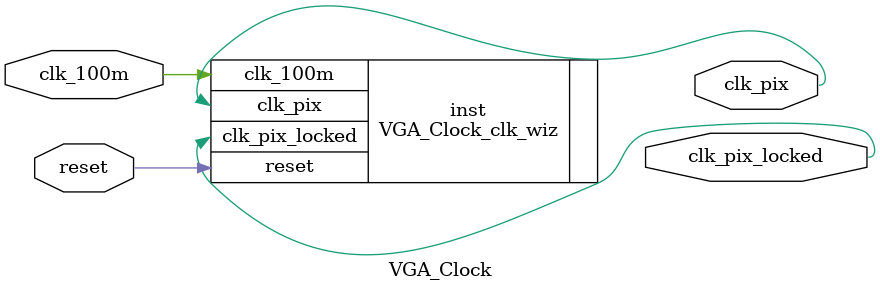
<source format=v>


`timescale 1ps/1ps

(* CORE_GENERATION_INFO = "VGA_Clock,clk_wiz_v6_0_5_0_0,{component_name=VGA_Clock,use_phase_alignment=true,use_min_o_jitter=false,use_max_i_jitter=false,use_dyn_phase_shift=false,use_inclk_switchover=false,use_dyn_reconfig=false,enable_axi=0,feedback_source=FDBK_AUTO,PRIMITIVE=MMCM,num_out_clk=1,clkin1_period=10.000,clkin2_period=10.000,use_power_down=false,use_reset=true,use_locked=true,use_inclk_stopped=false,feedback_type=SINGLE,CLOCK_MGR_TYPE=NA,manual_override=false}" *)

module VGA_Clock 
 (
  // Clock out ports
  output        clk_pix,
  // Status and control signals
  input         reset,
  output        clk_pix_locked,
 // Clock in ports
  input         clk_100m
 );

  VGA_Clock_clk_wiz inst
  (
  // Clock out ports  
  .clk_pix(clk_pix),
  // Status and control signals               
  .reset(reset), 
  .clk_pix_locked(clk_pix_locked),
 // Clock in ports
  .clk_100m(clk_100m)
  );

endmodule

</source>
